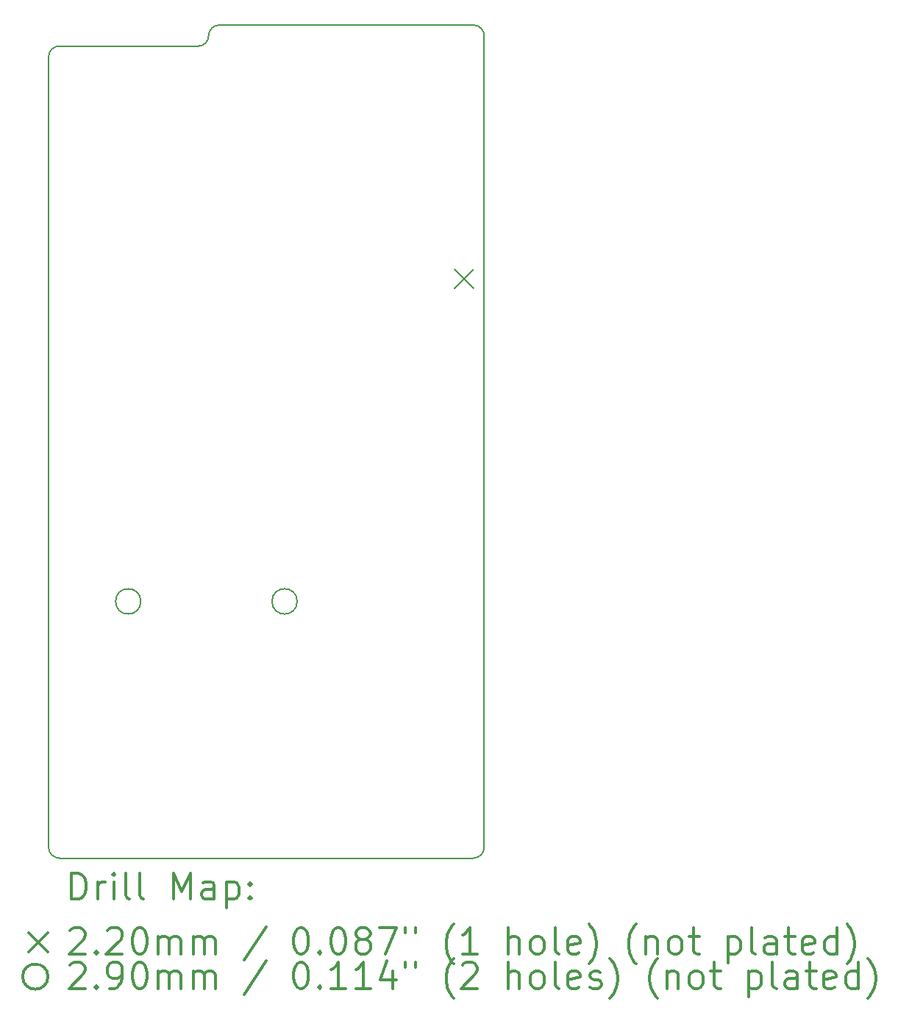
<source format=gbr>
%FSLAX45Y45*%
G04 Gerber Fmt 4.5, Leading zero omitted, Abs format (unit mm)*
G04 Created by KiCad (PCBNEW 4.0.7) date 05/04/18 00:13:29*
%MOMM*%
%LPD*%
G01*
G04 APERTURE LIST*
%ADD10C,0.127000*%
%ADD11C,0.150000*%
%ADD12C,0.200000*%
%ADD13C,0.300000*%
G04 APERTURE END LIST*
D10*
D11*
X14922500Y-14605000D02*
X10160000Y-14605000D01*
X14922500Y-5016500D02*
X12001500Y-5016500D01*
X10033000Y-5384800D02*
X10033000Y-14478000D01*
X15049500Y-14478000D02*
X15049500Y-5143500D01*
X10033000Y-14478000D02*
G75*
G03X10160000Y-14605000I127000J0D01*
G01*
X14922500Y-14605000D02*
G75*
G03X15049500Y-14478000I0J127000D01*
G01*
X15049500Y-5143500D02*
G75*
G03X14922500Y-5016500I-127000J0D01*
G01*
X11760200Y-5257800D02*
X10160000Y-5257800D01*
X11760200Y-5257800D02*
G75*
G03X11874500Y-5143500I0J114300D01*
G01*
X12001500Y-5016500D02*
G75*
G03X11874500Y-5143500I0J-127000D01*
G01*
X10160000Y-5257800D02*
G75*
G03X10033000Y-5384800I0J-127000D01*
G01*
D12*
X14704550Y-7827500D02*
X14924550Y-8047500D01*
X14924550Y-7827500D02*
X14704550Y-8047500D01*
X11095000Y-11650000D02*
G75*
G03X11095000Y-11650000I-145000J0D01*
G01*
X12895000Y-11650000D02*
G75*
G03X12895000Y-11650000I-145000J0D01*
G01*
D13*
X10296929Y-15078214D02*
X10296929Y-14778214D01*
X10368357Y-14778214D01*
X10411214Y-14792500D01*
X10439786Y-14821071D01*
X10454071Y-14849643D01*
X10468357Y-14906786D01*
X10468357Y-14949643D01*
X10454071Y-15006786D01*
X10439786Y-15035357D01*
X10411214Y-15063929D01*
X10368357Y-15078214D01*
X10296929Y-15078214D01*
X10596929Y-15078214D02*
X10596929Y-14878214D01*
X10596929Y-14935357D02*
X10611214Y-14906786D01*
X10625500Y-14892500D01*
X10654071Y-14878214D01*
X10682643Y-14878214D01*
X10782643Y-15078214D02*
X10782643Y-14878214D01*
X10782643Y-14778214D02*
X10768357Y-14792500D01*
X10782643Y-14806786D01*
X10796929Y-14792500D01*
X10782643Y-14778214D01*
X10782643Y-14806786D01*
X10968357Y-15078214D02*
X10939786Y-15063929D01*
X10925500Y-15035357D01*
X10925500Y-14778214D01*
X11125500Y-15078214D02*
X11096929Y-15063929D01*
X11082643Y-15035357D01*
X11082643Y-14778214D01*
X11468357Y-15078214D02*
X11468357Y-14778214D01*
X11568357Y-14992500D01*
X11668357Y-14778214D01*
X11668357Y-15078214D01*
X11939786Y-15078214D02*
X11939786Y-14921071D01*
X11925500Y-14892500D01*
X11896928Y-14878214D01*
X11839786Y-14878214D01*
X11811214Y-14892500D01*
X11939786Y-15063929D02*
X11911214Y-15078214D01*
X11839786Y-15078214D01*
X11811214Y-15063929D01*
X11796928Y-15035357D01*
X11796928Y-15006786D01*
X11811214Y-14978214D01*
X11839786Y-14963929D01*
X11911214Y-14963929D01*
X11939786Y-14949643D01*
X12082643Y-14878214D02*
X12082643Y-15178214D01*
X12082643Y-14892500D02*
X12111214Y-14878214D01*
X12168357Y-14878214D01*
X12196928Y-14892500D01*
X12211214Y-14906786D01*
X12225500Y-14935357D01*
X12225500Y-15021071D01*
X12211214Y-15049643D01*
X12196928Y-15063929D01*
X12168357Y-15078214D01*
X12111214Y-15078214D01*
X12082643Y-15063929D01*
X12354071Y-15049643D02*
X12368357Y-15063929D01*
X12354071Y-15078214D01*
X12339786Y-15063929D01*
X12354071Y-15049643D01*
X12354071Y-15078214D01*
X12354071Y-14892500D02*
X12368357Y-14906786D01*
X12354071Y-14921071D01*
X12339786Y-14906786D01*
X12354071Y-14892500D01*
X12354071Y-14921071D01*
X9805500Y-15462500D02*
X10025500Y-15682500D01*
X10025500Y-15462500D02*
X9805500Y-15682500D01*
X10282643Y-15436786D02*
X10296929Y-15422500D01*
X10325500Y-15408214D01*
X10396929Y-15408214D01*
X10425500Y-15422500D01*
X10439786Y-15436786D01*
X10454071Y-15465357D01*
X10454071Y-15493929D01*
X10439786Y-15536786D01*
X10268357Y-15708214D01*
X10454071Y-15708214D01*
X10582643Y-15679643D02*
X10596929Y-15693929D01*
X10582643Y-15708214D01*
X10568357Y-15693929D01*
X10582643Y-15679643D01*
X10582643Y-15708214D01*
X10711214Y-15436786D02*
X10725500Y-15422500D01*
X10754071Y-15408214D01*
X10825500Y-15408214D01*
X10854071Y-15422500D01*
X10868357Y-15436786D01*
X10882643Y-15465357D01*
X10882643Y-15493929D01*
X10868357Y-15536786D01*
X10696928Y-15708214D01*
X10882643Y-15708214D01*
X11068357Y-15408214D02*
X11096929Y-15408214D01*
X11125500Y-15422500D01*
X11139786Y-15436786D01*
X11154071Y-15465357D01*
X11168357Y-15522500D01*
X11168357Y-15593929D01*
X11154071Y-15651071D01*
X11139786Y-15679643D01*
X11125500Y-15693929D01*
X11096929Y-15708214D01*
X11068357Y-15708214D01*
X11039786Y-15693929D01*
X11025500Y-15679643D01*
X11011214Y-15651071D01*
X10996929Y-15593929D01*
X10996929Y-15522500D01*
X11011214Y-15465357D01*
X11025500Y-15436786D01*
X11039786Y-15422500D01*
X11068357Y-15408214D01*
X11296928Y-15708214D02*
X11296928Y-15508214D01*
X11296928Y-15536786D02*
X11311214Y-15522500D01*
X11339786Y-15508214D01*
X11382643Y-15508214D01*
X11411214Y-15522500D01*
X11425500Y-15551071D01*
X11425500Y-15708214D01*
X11425500Y-15551071D02*
X11439786Y-15522500D01*
X11468357Y-15508214D01*
X11511214Y-15508214D01*
X11539786Y-15522500D01*
X11554071Y-15551071D01*
X11554071Y-15708214D01*
X11696928Y-15708214D02*
X11696928Y-15508214D01*
X11696928Y-15536786D02*
X11711214Y-15522500D01*
X11739786Y-15508214D01*
X11782643Y-15508214D01*
X11811214Y-15522500D01*
X11825500Y-15551071D01*
X11825500Y-15708214D01*
X11825500Y-15551071D02*
X11839786Y-15522500D01*
X11868357Y-15508214D01*
X11911214Y-15508214D01*
X11939786Y-15522500D01*
X11954071Y-15551071D01*
X11954071Y-15708214D01*
X12539786Y-15393929D02*
X12282643Y-15779643D01*
X12925500Y-15408214D02*
X12954071Y-15408214D01*
X12982643Y-15422500D01*
X12996928Y-15436786D01*
X13011214Y-15465357D01*
X13025500Y-15522500D01*
X13025500Y-15593929D01*
X13011214Y-15651071D01*
X12996928Y-15679643D01*
X12982643Y-15693929D01*
X12954071Y-15708214D01*
X12925500Y-15708214D01*
X12896928Y-15693929D01*
X12882643Y-15679643D01*
X12868357Y-15651071D01*
X12854071Y-15593929D01*
X12854071Y-15522500D01*
X12868357Y-15465357D01*
X12882643Y-15436786D01*
X12896928Y-15422500D01*
X12925500Y-15408214D01*
X13154071Y-15679643D02*
X13168357Y-15693929D01*
X13154071Y-15708214D01*
X13139786Y-15693929D01*
X13154071Y-15679643D01*
X13154071Y-15708214D01*
X13354071Y-15408214D02*
X13382643Y-15408214D01*
X13411214Y-15422500D01*
X13425500Y-15436786D01*
X13439785Y-15465357D01*
X13454071Y-15522500D01*
X13454071Y-15593929D01*
X13439785Y-15651071D01*
X13425500Y-15679643D01*
X13411214Y-15693929D01*
X13382643Y-15708214D01*
X13354071Y-15708214D01*
X13325500Y-15693929D01*
X13311214Y-15679643D01*
X13296928Y-15651071D01*
X13282643Y-15593929D01*
X13282643Y-15522500D01*
X13296928Y-15465357D01*
X13311214Y-15436786D01*
X13325500Y-15422500D01*
X13354071Y-15408214D01*
X13625500Y-15536786D02*
X13596928Y-15522500D01*
X13582643Y-15508214D01*
X13568357Y-15479643D01*
X13568357Y-15465357D01*
X13582643Y-15436786D01*
X13596928Y-15422500D01*
X13625500Y-15408214D01*
X13682643Y-15408214D01*
X13711214Y-15422500D01*
X13725500Y-15436786D01*
X13739785Y-15465357D01*
X13739785Y-15479643D01*
X13725500Y-15508214D01*
X13711214Y-15522500D01*
X13682643Y-15536786D01*
X13625500Y-15536786D01*
X13596928Y-15551071D01*
X13582643Y-15565357D01*
X13568357Y-15593929D01*
X13568357Y-15651071D01*
X13582643Y-15679643D01*
X13596928Y-15693929D01*
X13625500Y-15708214D01*
X13682643Y-15708214D01*
X13711214Y-15693929D01*
X13725500Y-15679643D01*
X13739785Y-15651071D01*
X13739785Y-15593929D01*
X13725500Y-15565357D01*
X13711214Y-15551071D01*
X13682643Y-15536786D01*
X13839785Y-15408214D02*
X14039785Y-15408214D01*
X13911214Y-15708214D01*
X14139786Y-15408214D02*
X14139786Y-15465357D01*
X14254071Y-15408214D02*
X14254071Y-15465357D01*
X14696928Y-15822500D02*
X14682643Y-15808214D01*
X14654071Y-15765357D01*
X14639785Y-15736786D01*
X14625500Y-15693929D01*
X14611214Y-15622500D01*
X14611214Y-15565357D01*
X14625500Y-15493929D01*
X14639785Y-15451071D01*
X14654071Y-15422500D01*
X14682643Y-15379643D01*
X14696928Y-15365357D01*
X14968357Y-15708214D02*
X14796928Y-15708214D01*
X14882643Y-15708214D02*
X14882643Y-15408214D01*
X14854071Y-15451071D01*
X14825500Y-15479643D01*
X14796928Y-15493929D01*
X15325500Y-15708214D02*
X15325500Y-15408214D01*
X15454071Y-15708214D02*
X15454071Y-15551071D01*
X15439785Y-15522500D01*
X15411214Y-15508214D01*
X15368357Y-15508214D01*
X15339785Y-15522500D01*
X15325500Y-15536786D01*
X15639785Y-15708214D02*
X15611214Y-15693929D01*
X15596928Y-15679643D01*
X15582643Y-15651071D01*
X15582643Y-15565357D01*
X15596928Y-15536786D01*
X15611214Y-15522500D01*
X15639785Y-15508214D01*
X15682643Y-15508214D01*
X15711214Y-15522500D01*
X15725500Y-15536786D01*
X15739785Y-15565357D01*
X15739785Y-15651071D01*
X15725500Y-15679643D01*
X15711214Y-15693929D01*
X15682643Y-15708214D01*
X15639785Y-15708214D01*
X15911214Y-15708214D02*
X15882643Y-15693929D01*
X15868357Y-15665357D01*
X15868357Y-15408214D01*
X16139786Y-15693929D02*
X16111214Y-15708214D01*
X16054071Y-15708214D01*
X16025500Y-15693929D01*
X16011214Y-15665357D01*
X16011214Y-15551071D01*
X16025500Y-15522500D01*
X16054071Y-15508214D01*
X16111214Y-15508214D01*
X16139786Y-15522500D01*
X16154071Y-15551071D01*
X16154071Y-15579643D01*
X16011214Y-15608214D01*
X16254071Y-15822500D02*
X16268357Y-15808214D01*
X16296928Y-15765357D01*
X16311214Y-15736786D01*
X16325500Y-15693929D01*
X16339786Y-15622500D01*
X16339786Y-15565357D01*
X16325500Y-15493929D01*
X16311214Y-15451071D01*
X16296928Y-15422500D01*
X16268357Y-15379643D01*
X16254071Y-15365357D01*
X16796929Y-15822500D02*
X16782643Y-15808214D01*
X16754071Y-15765357D01*
X16739786Y-15736786D01*
X16725500Y-15693929D01*
X16711214Y-15622500D01*
X16711214Y-15565357D01*
X16725500Y-15493929D01*
X16739786Y-15451071D01*
X16754071Y-15422500D01*
X16782643Y-15379643D01*
X16796929Y-15365357D01*
X16911214Y-15508214D02*
X16911214Y-15708214D01*
X16911214Y-15536786D02*
X16925500Y-15522500D01*
X16954071Y-15508214D01*
X16996929Y-15508214D01*
X17025500Y-15522500D01*
X17039786Y-15551071D01*
X17039786Y-15708214D01*
X17225500Y-15708214D02*
X17196929Y-15693929D01*
X17182643Y-15679643D01*
X17168357Y-15651071D01*
X17168357Y-15565357D01*
X17182643Y-15536786D01*
X17196929Y-15522500D01*
X17225500Y-15508214D01*
X17268357Y-15508214D01*
X17296929Y-15522500D01*
X17311214Y-15536786D01*
X17325500Y-15565357D01*
X17325500Y-15651071D01*
X17311214Y-15679643D01*
X17296929Y-15693929D01*
X17268357Y-15708214D01*
X17225500Y-15708214D01*
X17411214Y-15508214D02*
X17525500Y-15508214D01*
X17454071Y-15408214D02*
X17454071Y-15665357D01*
X17468357Y-15693929D01*
X17496929Y-15708214D01*
X17525500Y-15708214D01*
X17854071Y-15508214D02*
X17854071Y-15808214D01*
X17854071Y-15522500D02*
X17882643Y-15508214D01*
X17939786Y-15508214D01*
X17968357Y-15522500D01*
X17982643Y-15536786D01*
X17996929Y-15565357D01*
X17996929Y-15651071D01*
X17982643Y-15679643D01*
X17968357Y-15693929D01*
X17939786Y-15708214D01*
X17882643Y-15708214D01*
X17854071Y-15693929D01*
X18168357Y-15708214D02*
X18139786Y-15693929D01*
X18125500Y-15665357D01*
X18125500Y-15408214D01*
X18411214Y-15708214D02*
X18411214Y-15551071D01*
X18396929Y-15522500D01*
X18368357Y-15508214D01*
X18311214Y-15508214D01*
X18282643Y-15522500D01*
X18411214Y-15693929D02*
X18382643Y-15708214D01*
X18311214Y-15708214D01*
X18282643Y-15693929D01*
X18268357Y-15665357D01*
X18268357Y-15636786D01*
X18282643Y-15608214D01*
X18311214Y-15593929D01*
X18382643Y-15593929D01*
X18411214Y-15579643D01*
X18511214Y-15508214D02*
X18625500Y-15508214D01*
X18554072Y-15408214D02*
X18554072Y-15665357D01*
X18568357Y-15693929D01*
X18596929Y-15708214D01*
X18625500Y-15708214D01*
X18839786Y-15693929D02*
X18811214Y-15708214D01*
X18754072Y-15708214D01*
X18725500Y-15693929D01*
X18711214Y-15665357D01*
X18711214Y-15551071D01*
X18725500Y-15522500D01*
X18754072Y-15508214D01*
X18811214Y-15508214D01*
X18839786Y-15522500D01*
X18854072Y-15551071D01*
X18854072Y-15579643D01*
X18711214Y-15608214D01*
X19111214Y-15708214D02*
X19111214Y-15408214D01*
X19111214Y-15693929D02*
X19082643Y-15708214D01*
X19025500Y-15708214D01*
X18996929Y-15693929D01*
X18982643Y-15679643D01*
X18968357Y-15651071D01*
X18968357Y-15565357D01*
X18982643Y-15536786D01*
X18996929Y-15522500D01*
X19025500Y-15508214D01*
X19082643Y-15508214D01*
X19111214Y-15522500D01*
X19225500Y-15822500D02*
X19239786Y-15808214D01*
X19268357Y-15765357D01*
X19282643Y-15736786D01*
X19296929Y-15693929D01*
X19311214Y-15622500D01*
X19311214Y-15565357D01*
X19296929Y-15493929D01*
X19282643Y-15451071D01*
X19268357Y-15422500D01*
X19239786Y-15379643D01*
X19225500Y-15365357D01*
X10025500Y-15968500D02*
G75*
G03X10025500Y-15968500I-145000J0D01*
G01*
X10282643Y-15832786D02*
X10296929Y-15818500D01*
X10325500Y-15804214D01*
X10396929Y-15804214D01*
X10425500Y-15818500D01*
X10439786Y-15832786D01*
X10454071Y-15861357D01*
X10454071Y-15889929D01*
X10439786Y-15932786D01*
X10268357Y-16104214D01*
X10454071Y-16104214D01*
X10582643Y-16075643D02*
X10596929Y-16089929D01*
X10582643Y-16104214D01*
X10568357Y-16089929D01*
X10582643Y-16075643D01*
X10582643Y-16104214D01*
X10739786Y-16104214D02*
X10796928Y-16104214D01*
X10825500Y-16089929D01*
X10839786Y-16075643D01*
X10868357Y-16032786D01*
X10882643Y-15975643D01*
X10882643Y-15861357D01*
X10868357Y-15832786D01*
X10854071Y-15818500D01*
X10825500Y-15804214D01*
X10768357Y-15804214D01*
X10739786Y-15818500D01*
X10725500Y-15832786D01*
X10711214Y-15861357D01*
X10711214Y-15932786D01*
X10725500Y-15961357D01*
X10739786Y-15975643D01*
X10768357Y-15989929D01*
X10825500Y-15989929D01*
X10854071Y-15975643D01*
X10868357Y-15961357D01*
X10882643Y-15932786D01*
X11068357Y-15804214D02*
X11096929Y-15804214D01*
X11125500Y-15818500D01*
X11139786Y-15832786D01*
X11154071Y-15861357D01*
X11168357Y-15918500D01*
X11168357Y-15989929D01*
X11154071Y-16047071D01*
X11139786Y-16075643D01*
X11125500Y-16089929D01*
X11096929Y-16104214D01*
X11068357Y-16104214D01*
X11039786Y-16089929D01*
X11025500Y-16075643D01*
X11011214Y-16047071D01*
X10996929Y-15989929D01*
X10996929Y-15918500D01*
X11011214Y-15861357D01*
X11025500Y-15832786D01*
X11039786Y-15818500D01*
X11068357Y-15804214D01*
X11296928Y-16104214D02*
X11296928Y-15904214D01*
X11296928Y-15932786D02*
X11311214Y-15918500D01*
X11339786Y-15904214D01*
X11382643Y-15904214D01*
X11411214Y-15918500D01*
X11425500Y-15947071D01*
X11425500Y-16104214D01*
X11425500Y-15947071D02*
X11439786Y-15918500D01*
X11468357Y-15904214D01*
X11511214Y-15904214D01*
X11539786Y-15918500D01*
X11554071Y-15947071D01*
X11554071Y-16104214D01*
X11696928Y-16104214D02*
X11696928Y-15904214D01*
X11696928Y-15932786D02*
X11711214Y-15918500D01*
X11739786Y-15904214D01*
X11782643Y-15904214D01*
X11811214Y-15918500D01*
X11825500Y-15947071D01*
X11825500Y-16104214D01*
X11825500Y-15947071D02*
X11839786Y-15918500D01*
X11868357Y-15904214D01*
X11911214Y-15904214D01*
X11939786Y-15918500D01*
X11954071Y-15947071D01*
X11954071Y-16104214D01*
X12539786Y-15789929D02*
X12282643Y-16175643D01*
X12925500Y-15804214D02*
X12954071Y-15804214D01*
X12982643Y-15818500D01*
X12996928Y-15832786D01*
X13011214Y-15861357D01*
X13025500Y-15918500D01*
X13025500Y-15989929D01*
X13011214Y-16047071D01*
X12996928Y-16075643D01*
X12982643Y-16089929D01*
X12954071Y-16104214D01*
X12925500Y-16104214D01*
X12896928Y-16089929D01*
X12882643Y-16075643D01*
X12868357Y-16047071D01*
X12854071Y-15989929D01*
X12854071Y-15918500D01*
X12868357Y-15861357D01*
X12882643Y-15832786D01*
X12896928Y-15818500D01*
X12925500Y-15804214D01*
X13154071Y-16075643D02*
X13168357Y-16089929D01*
X13154071Y-16104214D01*
X13139786Y-16089929D01*
X13154071Y-16075643D01*
X13154071Y-16104214D01*
X13454071Y-16104214D02*
X13282643Y-16104214D01*
X13368357Y-16104214D02*
X13368357Y-15804214D01*
X13339785Y-15847071D01*
X13311214Y-15875643D01*
X13282643Y-15889929D01*
X13739785Y-16104214D02*
X13568357Y-16104214D01*
X13654071Y-16104214D02*
X13654071Y-15804214D01*
X13625500Y-15847071D01*
X13596928Y-15875643D01*
X13568357Y-15889929D01*
X13996928Y-15904214D02*
X13996928Y-16104214D01*
X13925500Y-15789929D02*
X13854071Y-16004214D01*
X14039785Y-16004214D01*
X14139786Y-15804214D02*
X14139786Y-15861357D01*
X14254071Y-15804214D02*
X14254071Y-15861357D01*
X14696928Y-16218500D02*
X14682643Y-16204214D01*
X14654071Y-16161357D01*
X14639785Y-16132786D01*
X14625500Y-16089929D01*
X14611214Y-16018500D01*
X14611214Y-15961357D01*
X14625500Y-15889929D01*
X14639785Y-15847071D01*
X14654071Y-15818500D01*
X14682643Y-15775643D01*
X14696928Y-15761357D01*
X14796928Y-15832786D02*
X14811214Y-15818500D01*
X14839785Y-15804214D01*
X14911214Y-15804214D01*
X14939785Y-15818500D01*
X14954071Y-15832786D01*
X14968357Y-15861357D01*
X14968357Y-15889929D01*
X14954071Y-15932786D01*
X14782643Y-16104214D01*
X14968357Y-16104214D01*
X15325500Y-16104214D02*
X15325500Y-15804214D01*
X15454071Y-16104214D02*
X15454071Y-15947071D01*
X15439785Y-15918500D01*
X15411214Y-15904214D01*
X15368357Y-15904214D01*
X15339785Y-15918500D01*
X15325500Y-15932786D01*
X15639785Y-16104214D02*
X15611214Y-16089929D01*
X15596928Y-16075643D01*
X15582643Y-16047071D01*
X15582643Y-15961357D01*
X15596928Y-15932786D01*
X15611214Y-15918500D01*
X15639785Y-15904214D01*
X15682643Y-15904214D01*
X15711214Y-15918500D01*
X15725500Y-15932786D01*
X15739785Y-15961357D01*
X15739785Y-16047071D01*
X15725500Y-16075643D01*
X15711214Y-16089929D01*
X15682643Y-16104214D01*
X15639785Y-16104214D01*
X15911214Y-16104214D02*
X15882643Y-16089929D01*
X15868357Y-16061357D01*
X15868357Y-15804214D01*
X16139786Y-16089929D02*
X16111214Y-16104214D01*
X16054071Y-16104214D01*
X16025500Y-16089929D01*
X16011214Y-16061357D01*
X16011214Y-15947071D01*
X16025500Y-15918500D01*
X16054071Y-15904214D01*
X16111214Y-15904214D01*
X16139786Y-15918500D01*
X16154071Y-15947071D01*
X16154071Y-15975643D01*
X16011214Y-16004214D01*
X16268357Y-16089929D02*
X16296928Y-16104214D01*
X16354071Y-16104214D01*
X16382643Y-16089929D01*
X16396928Y-16061357D01*
X16396928Y-16047071D01*
X16382643Y-16018500D01*
X16354071Y-16004214D01*
X16311214Y-16004214D01*
X16282643Y-15989929D01*
X16268357Y-15961357D01*
X16268357Y-15947071D01*
X16282643Y-15918500D01*
X16311214Y-15904214D01*
X16354071Y-15904214D01*
X16382643Y-15918500D01*
X16496928Y-16218500D02*
X16511214Y-16204214D01*
X16539786Y-16161357D01*
X16554071Y-16132786D01*
X16568357Y-16089929D01*
X16582643Y-16018500D01*
X16582643Y-15961357D01*
X16568357Y-15889929D01*
X16554071Y-15847071D01*
X16539786Y-15818500D01*
X16511214Y-15775643D01*
X16496928Y-15761357D01*
X17039786Y-16218500D02*
X17025500Y-16204214D01*
X16996928Y-16161357D01*
X16982643Y-16132786D01*
X16968357Y-16089929D01*
X16954071Y-16018500D01*
X16954071Y-15961357D01*
X16968357Y-15889929D01*
X16982643Y-15847071D01*
X16996928Y-15818500D01*
X17025500Y-15775643D01*
X17039786Y-15761357D01*
X17154071Y-15904214D02*
X17154071Y-16104214D01*
X17154071Y-15932786D02*
X17168357Y-15918500D01*
X17196928Y-15904214D01*
X17239786Y-15904214D01*
X17268357Y-15918500D01*
X17282643Y-15947071D01*
X17282643Y-16104214D01*
X17468357Y-16104214D02*
X17439786Y-16089929D01*
X17425500Y-16075643D01*
X17411214Y-16047071D01*
X17411214Y-15961357D01*
X17425500Y-15932786D01*
X17439786Y-15918500D01*
X17468357Y-15904214D01*
X17511214Y-15904214D01*
X17539786Y-15918500D01*
X17554071Y-15932786D01*
X17568357Y-15961357D01*
X17568357Y-16047071D01*
X17554071Y-16075643D01*
X17539786Y-16089929D01*
X17511214Y-16104214D01*
X17468357Y-16104214D01*
X17654071Y-15904214D02*
X17768357Y-15904214D01*
X17696929Y-15804214D02*
X17696929Y-16061357D01*
X17711214Y-16089929D01*
X17739786Y-16104214D01*
X17768357Y-16104214D01*
X18096929Y-15904214D02*
X18096929Y-16204214D01*
X18096929Y-15918500D02*
X18125500Y-15904214D01*
X18182643Y-15904214D01*
X18211214Y-15918500D01*
X18225500Y-15932786D01*
X18239786Y-15961357D01*
X18239786Y-16047071D01*
X18225500Y-16075643D01*
X18211214Y-16089929D01*
X18182643Y-16104214D01*
X18125500Y-16104214D01*
X18096929Y-16089929D01*
X18411214Y-16104214D02*
X18382643Y-16089929D01*
X18368357Y-16061357D01*
X18368357Y-15804214D01*
X18654071Y-16104214D02*
X18654071Y-15947071D01*
X18639786Y-15918500D01*
X18611214Y-15904214D01*
X18554071Y-15904214D01*
X18525500Y-15918500D01*
X18654071Y-16089929D02*
X18625500Y-16104214D01*
X18554071Y-16104214D01*
X18525500Y-16089929D01*
X18511214Y-16061357D01*
X18511214Y-16032786D01*
X18525500Y-16004214D01*
X18554071Y-15989929D01*
X18625500Y-15989929D01*
X18654071Y-15975643D01*
X18754071Y-15904214D02*
X18868357Y-15904214D01*
X18796929Y-15804214D02*
X18796929Y-16061357D01*
X18811214Y-16089929D01*
X18839786Y-16104214D01*
X18868357Y-16104214D01*
X19082643Y-16089929D02*
X19054072Y-16104214D01*
X18996929Y-16104214D01*
X18968357Y-16089929D01*
X18954072Y-16061357D01*
X18954072Y-15947071D01*
X18968357Y-15918500D01*
X18996929Y-15904214D01*
X19054072Y-15904214D01*
X19082643Y-15918500D01*
X19096929Y-15947071D01*
X19096929Y-15975643D01*
X18954072Y-16004214D01*
X19354072Y-16104214D02*
X19354072Y-15804214D01*
X19354072Y-16089929D02*
X19325500Y-16104214D01*
X19268357Y-16104214D01*
X19239786Y-16089929D01*
X19225500Y-16075643D01*
X19211214Y-16047071D01*
X19211214Y-15961357D01*
X19225500Y-15932786D01*
X19239786Y-15918500D01*
X19268357Y-15904214D01*
X19325500Y-15904214D01*
X19354072Y-15918500D01*
X19468357Y-16218500D02*
X19482643Y-16204214D01*
X19511214Y-16161357D01*
X19525500Y-16132786D01*
X19539786Y-16089929D01*
X19554072Y-16018500D01*
X19554072Y-15961357D01*
X19539786Y-15889929D01*
X19525500Y-15847071D01*
X19511214Y-15818500D01*
X19482643Y-15775643D01*
X19468357Y-15761357D01*
M02*

</source>
